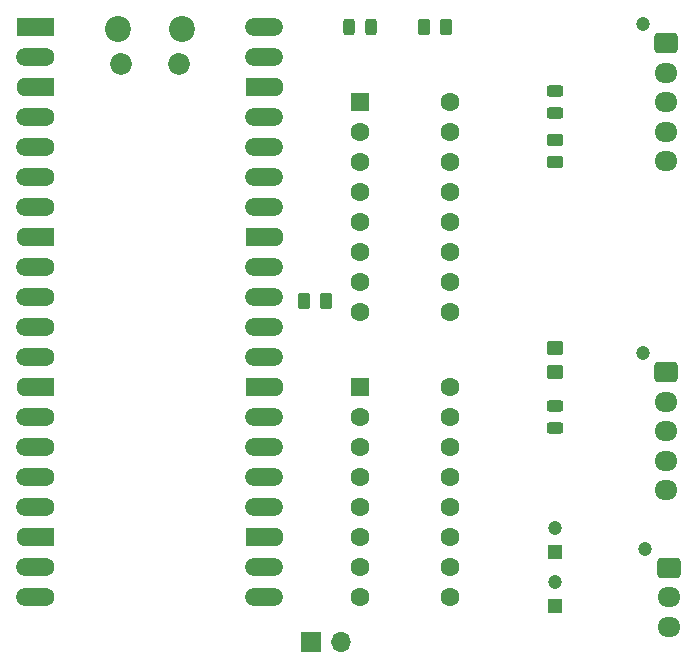
<source format=gbr>
%TF.GenerationSoftware,KiCad,Pcbnew,8.0.4*%
%TF.CreationDate,2024-09-03T12:05:00-07:00*%
%TF.ProjectId,MoonPhase,4d6f6f6e-5068-4617-9365-2e6b69636164,rev?*%
%TF.SameCoordinates,Original*%
%TF.FileFunction,Soldermask,Top*%
%TF.FilePolarity,Negative*%
%FSLAX46Y46*%
G04 Gerber Fmt 4.6, Leading zero omitted, Abs format (unit mm)*
G04 Created by KiCad (PCBNEW 8.0.4) date 2024-09-03 12:05:00*
%MOMM*%
%LPD*%
G01*
G04 APERTURE LIST*
G04 Aperture macros list*
%AMRoundRect*
0 Rectangle with rounded corners*
0 $1 Rounding radius*
0 $2 $3 $4 $5 $6 $7 $8 $9 X,Y pos of 4 corners*
0 Add a 4 corners polygon primitive as box body*
4,1,4,$2,$3,$4,$5,$6,$7,$8,$9,$2,$3,0*
0 Add four circle primitives for the rounded corners*
1,1,$1+$1,$2,$3*
1,1,$1+$1,$4,$5*
1,1,$1+$1,$6,$7*
1,1,$1+$1,$8,$9*
0 Add four rect primitives between the rounded corners*
20,1,$1+$1,$2,$3,$4,$5,0*
20,1,$1+$1,$4,$5,$6,$7,0*
20,1,$1+$1,$6,$7,$8,$9,0*
20,1,$1+$1,$8,$9,$2,$3,0*%
%AMFreePoly0*
4,1,28,0.178017,0.779942,0.347107,0.720775,0.498792,0.625465,0.625465,0.498792,0.720775,0.347107,0.779942,0.178017,0.800000,0.000000,0.779942,-0.178017,0.720775,-0.347107,0.625465,-0.498792,0.498792,-0.625465,0.347107,-0.720775,0.178017,-0.779942,0.000000,-0.800000,-2.200000,-0.800000,-2.205014,-0.794986,-2.244504,-0.794986,-2.324698,-0.756366,-2.380194,-0.686777,-2.400000,-0.600000,
-2.400000,0.600000,-2.380194,0.686777,-2.324698,0.756366,-2.244504,0.794986,-2.205014,0.794986,-2.200000,0.800000,0.000000,0.800000,0.178017,0.779942,0.178017,0.779942,$1*%
%AMFreePoly1*
4,1,28,0.605014,0.794986,0.644504,0.794986,0.724698,0.756366,0.780194,0.686777,0.800000,0.600000,0.800000,-0.600000,0.780194,-0.686777,0.724698,-0.756366,0.644504,-0.794986,0.605014,-0.794986,0.600000,-0.800000,0.000000,-0.800000,-0.178017,-0.779942,-0.347107,-0.720775,-0.498792,-0.625465,-0.625465,-0.498792,-0.720775,-0.347107,-0.779942,-0.178017,-0.800000,0.000000,-0.779942,0.178017,
-0.720775,0.347107,-0.625465,0.498792,-0.498792,0.625465,-0.347107,0.720775,-0.178017,0.779942,0.000000,0.800000,0.600000,0.800000,0.605014,0.794986,0.605014,0.794986,$1*%
%AMFreePoly2*
4,1,29,0.605014,0.794986,0.644504,0.794986,0.724698,0.756366,0.780194,0.686777,0.800000,0.600000,0.800000,-0.600000,0.780194,-0.686777,0.724698,-0.756366,0.644504,-0.794986,0.605014,-0.794986,0.600000,-0.800000,0.000000,-0.800000,-1.600000,-0.800000,-1.778017,-0.779942,-1.947107,-0.720775,-2.098792,-0.625465,-2.225465,-0.498792,-2.320775,-0.347107,-2.379942,-0.178017,-2.400000,0.000000,
-2.379942,0.178017,-2.320775,0.347107,-2.225465,0.498792,-2.098792,0.625465,-1.947107,0.720775,-1.778017,0.779942,-1.600000,0.800000,0.600000,0.800000,0.605014,0.794986,0.605014,0.794986,$1*%
%AMFreePoly3*
4,1,28,0.178017,0.779942,0.347107,0.720775,0.498792,0.625465,0.625465,0.498792,0.720775,0.347107,0.779942,0.178017,0.800000,0.000000,0.779942,-0.178017,0.720775,-0.347107,0.625465,-0.498792,0.498792,-0.625465,0.347107,-0.720775,0.178017,-0.779942,0.000000,-0.800000,-0.600000,-0.800000,-0.605014,-0.794986,-0.644504,-0.794986,-0.724698,-0.756366,-0.780194,-0.686777,-0.800000,-0.600000,
-0.800000,0.600000,-0.780194,0.686777,-0.724698,0.756366,-0.644504,0.794986,-0.605014,0.794986,-0.600000,0.800000,0.000000,0.800000,0.178017,0.779942,0.178017,0.779942,$1*%
%AMFreePoly4*
4,1,29,1.778017,0.779942,1.947107,0.720775,2.098792,0.625465,2.225465,0.498792,2.320775,0.347107,2.379942,0.178017,2.400000,0.000000,2.379942,-0.178017,2.320775,-0.347107,2.225465,-0.498792,2.098792,-0.625465,1.947107,-0.720775,1.778017,-0.779942,1.600000,-0.800000,0.000000,-0.800000,-0.600000,-0.800000,-0.605014,-0.794986,-0.644504,-0.794986,-0.724698,-0.756366,-0.780194,-0.686777,
-0.800000,-0.600000,-0.800000,0.600000,-0.780194,0.686777,-0.724698,0.756366,-0.644504,0.794986,-0.605014,0.794986,-0.600000,0.800000,1.600000,0.800000,1.778017,0.779942,1.778017,0.779942,$1*%
G04 Aperture macros list end*
%ADD10RoundRect,0.250000X0.262500X0.450000X-0.262500X0.450000X-0.262500X-0.450000X0.262500X-0.450000X0*%
%ADD11R,1.700000X1.700000*%
%ADD12O,1.700000X1.700000*%
%ADD13C,1.200000*%
%ADD14RoundRect,0.250000X-0.725000X0.600000X-0.725000X-0.600000X0.725000X-0.600000X0.725000X0.600000X0*%
%ADD15O,1.950000X1.700000*%
%ADD16C,2.200000*%
%ADD17C,1.850000*%
%ADD18RoundRect,0.200000X-0.600000X-0.600000X0.600000X-0.600000X0.600000X0.600000X-0.600000X0.600000X0*%
%ADD19FreePoly0,0.000000*%
%ADD20C,1.600000*%
%ADD21RoundRect,0.800000X-0.800000X-0.000010X0.800000X-0.000010X0.800000X0.000010X-0.800000X0.000010X0*%
%ADD22FreePoly1,0.000000*%
%ADD23FreePoly2,0.000000*%
%ADD24FreePoly3,0.000000*%
%ADD25FreePoly4,0.000000*%
%ADD26RoundRect,0.250000X0.450000X-0.350000X0.450000X0.350000X-0.450000X0.350000X-0.450000X-0.350000X0*%
%ADD27R,1.600000X1.600000*%
%ADD28RoundRect,0.243750X-0.456250X0.243750X-0.456250X-0.243750X0.456250X-0.243750X0.456250X0.243750X0*%
%ADD29R,1.200000X1.200000*%
%ADD30RoundRect,0.243750X0.243750X0.456250X-0.243750X0.456250X-0.243750X-0.456250X0.243750X-0.456250X0*%
%ADD31RoundRect,0.243750X0.456250X-0.243750X0.456250X0.243750X-0.456250X0.243750X-0.456250X-0.243750X0*%
%ADD32RoundRect,0.250000X-0.450000X0.262500X-0.450000X-0.262500X0.450000X-0.262500X0.450000X0.262500X0*%
G04 APERTURE END LIST*
D10*
%TO.C,R4*%
X148232500Y-86717500D03*
X146407500Y-86717500D03*
%TD*%
D11*
%TO.C,Q1*%
X146957500Y-115570000D03*
D12*
X149497500Y-115570000D03*
%TD*%
D13*
%TO.C,J3*%
X175055000Y-91110000D03*
D14*
X177055000Y-92710000D03*
D15*
X177055000Y-95210000D03*
X177055000Y-97710000D03*
X177055000Y-100210000D03*
X177055000Y-102710000D03*
%TD*%
D16*
%TO.C,U3*%
X130625000Y-63630000D03*
D17*
X130925000Y-66660000D03*
X135775000Y-66660000D03*
D16*
X136075000Y-63630000D03*
D18*
X124460000Y-63500000D03*
D19*
X124460000Y-63500000D03*
D20*
X124460000Y-66040000D03*
D21*
X123660000Y-66040000D03*
D22*
X124460000Y-68580000D03*
D23*
X124460000Y-68580000D03*
D20*
X124460000Y-71120000D03*
D21*
X123660000Y-71120000D03*
D20*
X124460000Y-73660000D03*
D21*
X123660000Y-73660000D03*
D20*
X124460000Y-76200000D03*
D21*
X123660000Y-76200000D03*
D20*
X124460000Y-78740000D03*
D21*
X123660000Y-78740000D03*
D22*
X124460000Y-81280000D03*
D23*
X124460000Y-81280000D03*
D20*
X124460000Y-83820000D03*
D21*
X123660000Y-83820000D03*
D20*
X124460000Y-86360000D03*
D21*
X123660000Y-86360000D03*
D20*
X124460000Y-88900000D03*
D21*
X123660000Y-88900000D03*
D20*
X124460000Y-91440000D03*
D21*
X123660000Y-91440000D03*
D22*
X124460000Y-93980000D03*
D23*
X124460000Y-93980000D03*
D20*
X124460000Y-96520000D03*
D21*
X123660000Y-96520000D03*
D20*
X124460000Y-99060000D03*
D21*
X123660000Y-99060000D03*
D20*
X124460000Y-101600000D03*
D21*
X123660000Y-101600000D03*
D20*
X124460000Y-104140000D03*
D21*
X123660000Y-104140000D03*
D22*
X124460000Y-106680000D03*
D23*
X124460000Y-106680000D03*
D20*
X124460000Y-109220000D03*
D21*
X123660000Y-109220000D03*
D20*
X124460000Y-111760000D03*
D21*
X123660000Y-111760000D03*
D20*
X142240000Y-111760000D03*
D21*
X143040000Y-111760000D03*
D20*
X142240000Y-109220000D03*
D21*
X143040000Y-109220000D03*
D24*
X142240000Y-106680000D03*
D25*
X142240000Y-106680000D03*
D20*
X142240000Y-104140000D03*
D21*
X143040000Y-104140000D03*
D20*
X142240000Y-101600000D03*
D21*
X143040000Y-101600000D03*
D20*
X142240000Y-99060000D03*
D21*
X143040000Y-99060000D03*
D20*
X142240000Y-96520000D03*
D21*
X143040000Y-96520000D03*
D24*
X142240000Y-93980000D03*
D25*
X142240000Y-93980000D03*
D20*
X142240000Y-91440000D03*
D21*
X143040000Y-91440000D03*
D20*
X142240000Y-88900000D03*
D21*
X143040000Y-88900000D03*
D20*
X142240000Y-86360000D03*
D21*
X143040000Y-86360000D03*
D20*
X142240000Y-83820000D03*
D21*
X143040000Y-83820000D03*
D24*
X142240000Y-81280000D03*
D25*
X142240000Y-81280000D03*
D20*
X142240000Y-78740000D03*
D21*
X143040000Y-78740000D03*
D20*
X142240000Y-76200000D03*
D21*
X143040000Y-76200000D03*
D20*
X142240000Y-73660000D03*
D21*
X143040000Y-73660000D03*
D20*
X142240000Y-71120000D03*
D21*
X143040000Y-71120000D03*
D24*
X142240000Y-68580000D03*
D25*
X142240000Y-68580000D03*
D20*
X142240000Y-66040000D03*
D21*
X143040000Y-66040000D03*
D20*
X142240000Y-63500000D03*
D21*
X143040000Y-63500000D03*
%TD*%
D26*
%TO.C,R2*%
X167640000Y-92710000D03*
X167640000Y-90710000D03*
%TD*%
D13*
%TO.C,J2*%
X175055000Y-63250000D03*
D14*
X177055000Y-64850000D03*
D15*
X177055000Y-67350000D03*
X177055000Y-69850000D03*
X177055000Y-72350000D03*
X177055000Y-74850000D03*
%TD*%
D27*
%TO.C,U2*%
X151130000Y-93980000D03*
D20*
X151130000Y-96520000D03*
X151130000Y-99060000D03*
X151130000Y-101600000D03*
X151130000Y-104140000D03*
X151130000Y-106680000D03*
X151130000Y-109220000D03*
X151130000Y-111760000D03*
X158750000Y-111760000D03*
X158750000Y-109220000D03*
X158750000Y-106680000D03*
X158750000Y-104140000D03*
X158750000Y-101600000D03*
X158750000Y-99060000D03*
X158750000Y-96520000D03*
X158750000Y-93980000D03*
%TD*%
D27*
%TO.C,U1*%
X151130000Y-69850000D03*
D20*
X151130000Y-72390000D03*
X151130000Y-74930000D03*
X151130000Y-77470000D03*
X151130000Y-80010000D03*
X151130000Y-82550000D03*
X151130000Y-85090000D03*
X151130000Y-87630000D03*
X158750000Y-87630000D03*
X158750000Y-85090000D03*
X158750000Y-82550000D03*
X158750000Y-80010000D03*
X158750000Y-77470000D03*
X158750000Y-74930000D03*
X158750000Y-72390000D03*
X158750000Y-69850000D03*
%TD*%
D28*
%TO.C,D2*%
X167640000Y-95582500D03*
X167640000Y-97457500D03*
%TD*%
D29*
%TO.C,C2*%
X167640000Y-112490000D03*
D13*
X167640000Y-110490000D03*
%TD*%
D30*
%TO.C,D3*%
X152067500Y-63500000D03*
X150192500Y-63500000D03*
%TD*%
D31*
%TO.C,D1*%
X167640000Y-70787500D03*
X167640000Y-68912500D03*
%TD*%
D32*
%TO.C,R1*%
X167640000Y-73105000D03*
X167640000Y-74930000D03*
%TD*%
D13*
%TO.C,J1*%
X175260000Y-107660000D03*
D14*
X177260000Y-109260000D03*
D15*
X177260000Y-111760000D03*
X177260000Y-114260000D03*
%TD*%
D29*
%TO.C,C1*%
X167640000Y-107950000D03*
D13*
X167640000Y-105950000D03*
%TD*%
D10*
%TO.C,R3*%
X158392500Y-63500000D03*
X156567500Y-63500000D03*
%TD*%
M02*

</source>
